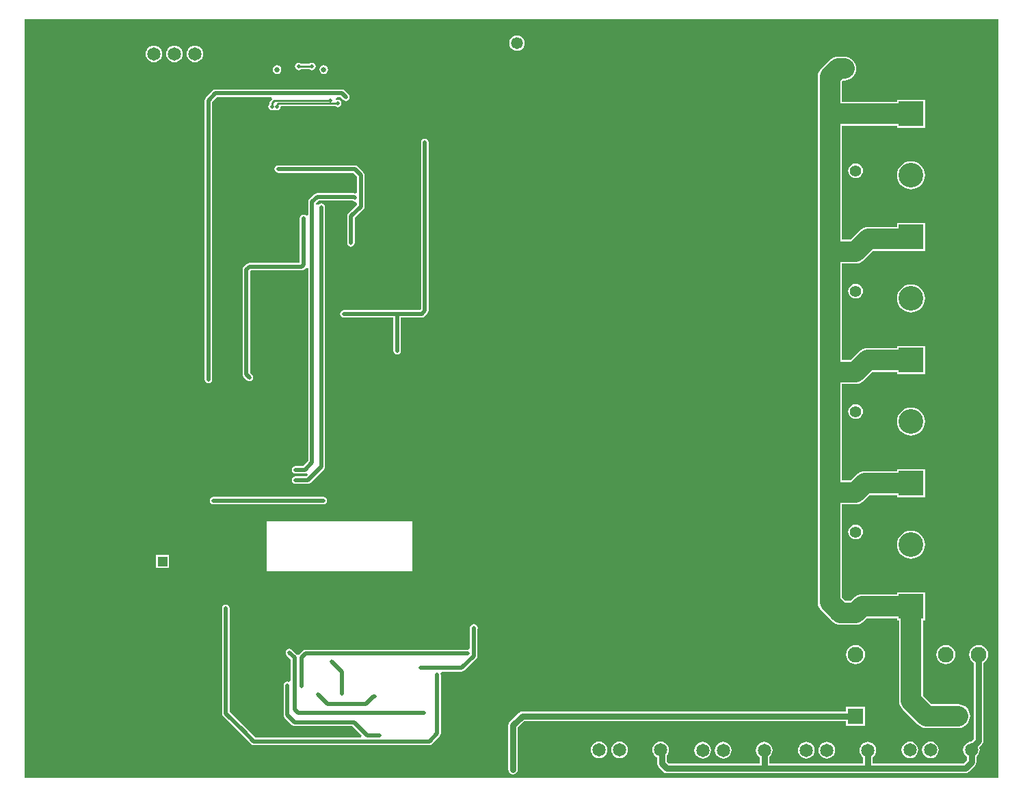
<source format=gbl>
G04*
G04 #@! TF.GenerationSoftware,Altium Limited,Altium Designer,19.0.10 (269)*
G04*
G04 Layer_Physical_Order=2*
G04 Layer_Color=16711680*
%FSTAX24Y24*%
%MOIN*%
G70*
G01*
G75*
%ADD14C,0.0200*%
%ADD18C,0.0100*%
%ADD112C,0.0300*%
%ADD113C,0.1000*%
%ADD114R,0.1200X0.1200*%
%ADD115C,0.1200*%
%ADD116R,0.0472X0.0472*%
%ADD117C,0.0650*%
%ADD118C,0.0768*%
%ADD119R,0.0768X0.0768*%
%ADD120C,0.0256*%
%ADD121O,0.0394X0.0787*%
%ADD122O,0.0354X0.0709*%
%ADD123C,0.0551*%
%ADD124C,0.0579*%
%ADD125C,0.0200*%
G36*
X068667Y050233D02*
X021183D01*
Y087217D01*
X068667D01*
Y050233D01*
D02*
G37*
%LPC*%
G36*
X0452Y086412D02*
X045104Y086399D01*
X045014Y086362D01*
X044937Y086302D01*
X044877Y086225D01*
X04484Y086135D01*
X044827Y086039D01*
X04484Y085943D01*
X044877Y085853D01*
X044937Y085776D01*
X045014Y085716D01*
X045104Y085679D01*
X0452Y085666D01*
X045296Y085679D01*
X045386Y085716D01*
X045463Y085776D01*
X045523Y085853D01*
X04556Y085943D01*
X045573Y086039D01*
X04556Y086135D01*
X045523Y086225D01*
X045463Y086302D01*
X045386Y086362D01*
X045296Y086399D01*
X0452Y086412D01*
D02*
G37*
G36*
X0295Y085922D02*
X029394Y085908D01*
X029296Y085867D01*
X029211Y085802D01*
X029146Y085718D01*
X029106Y085619D01*
X029092Y085514D01*
X029106Y085408D01*
X029146Y08531D01*
X029211Y085225D01*
X029296Y08516D01*
X029394Y085119D01*
X0295Y085105D01*
X029606Y085119D01*
X029704Y08516D01*
X029789Y085225D01*
X029854Y08531D01*
X029894Y085408D01*
X029908Y085514D01*
X029894Y085619D01*
X029854Y085718D01*
X029789Y085802D01*
X029704Y085867D01*
X029606Y085908D01*
X0295Y085922D01*
D02*
G37*
G36*
X0285D02*
X028394Y085908D01*
X028296Y085867D01*
X028211Y085802D01*
X028146Y085718D01*
X028106Y085619D01*
X028092Y085514D01*
X028106Y085408D01*
X028146Y08531D01*
X028211Y085225D01*
X028296Y08516D01*
X028394Y085119D01*
X0285Y085105D01*
X028606Y085119D01*
X028704Y08516D01*
X028789Y085225D01*
X028854Y08531D01*
X028894Y085408D01*
X028908Y085514D01*
X028894Y085619D01*
X028854Y085718D01*
X028789Y085802D01*
X028704Y085867D01*
X028606Y085908D01*
X0285Y085922D01*
D02*
G37*
G36*
X0275D02*
X027394Y085908D01*
X027296Y085867D01*
X027211Y085802D01*
X027146Y085718D01*
X027106Y085619D01*
X027092Y085514D01*
X027106Y085408D01*
X027146Y08531D01*
X027211Y085225D01*
X027296Y08516D01*
X027394Y085119D01*
X0275Y085105D01*
X027606Y085119D01*
X027704Y08516D01*
X027789Y085225D01*
X027854Y08531D01*
X027894Y085408D01*
X027908Y085514D01*
X027894Y085619D01*
X027854Y085718D01*
X027789Y085802D01*
X027704Y085867D01*
X027606Y085908D01*
X0275Y085922D01*
D02*
G37*
G36*
X0352Y085084D02*
X03513Y08507D01*
X035074Y085033D01*
X034676D01*
X03462Y08507D01*
X03455Y085084D01*
X03448Y08507D01*
X03442Y08503D01*
X03438Y08497D01*
X034366Y0849D01*
X03438Y08483D01*
X03442Y08477D01*
X03448Y08473D01*
X03455Y084716D01*
X03462Y08473D01*
X034676Y084767D01*
X035074D01*
X03513Y08473D01*
X0352Y084716D01*
X03527Y08473D01*
X03533Y08477D01*
X03537Y08483D01*
X035384Y0849D01*
X03537Y08497D01*
X03533Y08503D01*
X03527Y08507D01*
X0352Y085084D01*
D02*
G37*
G36*
X035776Y084962D02*
X035694Y084946D01*
X035626Y0849D01*
X03558Y084831D01*
X035564Y08475D01*
X03558Y084669D01*
X035626Y0846D01*
X035694Y084554D01*
X035776Y084538D01*
X035857Y084554D01*
X035926Y0846D01*
X035971Y084669D01*
X035988Y08475D01*
X035971Y084831D01*
X035926Y0849D01*
X035857Y084946D01*
X035776Y084962D01*
D02*
G37*
G36*
X0335D02*
X033419Y084946D01*
X03335Y0849D01*
X033304Y084831D01*
X033288Y08475D01*
X033304Y084669D01*
X03335Y0846D01*
X033419Y084554D01*
X0335Y084538D01*
X033581Y084554D01*
X03365Y0846D01*
X033696Y084669D01*
X033712Y08475D01*
X033696Y084831D01*
X03365Y0849D01*
X033581Y084946D01*
X0335Y084962D01*
D02*
G37*
G36*
X03665Y083784D02*
X0305D01*
X03043Y08377D01*
X03037Y08373D01*
X03002Y08338D01*
X02998Y08332D01*
X029966Y08325D01*
X029966Y06965D01*
X02998Y06958D01*
X03002Y06952D01*
X03008Y06948D01*
X03015Y069466D01*
X03022Y06948D01*
X03028Y06952D01*
X03032Y06958D01*
X030334Y06965D01*
X030334Y083174D01*
X030576Y083416D01*
X033214D01*
X033253Y083316D01*
X033156Y08322D01*
X033128Y083177D01*
X033117Y083126D01*
Y083076D01*
X03308Y08302D01*
X033066Y08295D01*
X03308Y08288D01*
X03312Y08282D01*
X03318Y08278D01*
X03325Y082766D01*
X03332Y08278D01*
X03337Y082813D01*
X033419Y08278D01*
X033489Y082766D01*
X03356Y08278D01*
X033619Y08282D01*
X033659Y08288D01*
X033673Y08295D01*
X033687Y082967D01*
X036324D01*
X03638Y08293D01*
X03645Y082916D01*
X03652Y08293D01*
X03658Y08297D01*
X03662Y08303D01*
X036634Y0831D01*
X03662Y08317D01*
X03658Y08323D01*
X03652Y08327D01*
X03645Y083284D01*
X03638Y08327D01*
X036361Y083278D01*
X036348Y083316D01*
X03642Y083416D01*
X036574D01*
X03672Y08327D01*
X03678Y08323D01*
X03685Y083216D01*
X03692Y08323D01*
X03698Y08327D01*
X03702Y08333D01*
X037034Y0834D01*
X03702Y08347D01*
X03698Y08353D01*
X03678Y08373D01*
X03672Y08377D01*
X036709Y083772D01*
X03665Y083784D01*
D02*
G37*
G36*
X06115Y085383D02*
X06085D01*
X060736Y085372D01*
X060627Y085338D01*
X060526Y085285D01*
X060438Y085212D01*
X060038Y084812D01*
X059965Y084724D01*
X059912Y084623D01*
X059878Y084514D01*
X059867Y0844D01*
Y0826D01*
Y07595D01*
Y06995D01*
Y06425D01*
Y0588D01*
X059878Y058686D01*
X059912Y058577D01*
X059965Y058476D01*
X060038Y058388D01*
X060556Y057869D01*
X060645Y057797D01*
X060745Y057743D01*
X060855Y05771D01*
X060968Y057699D01*
X0617D01*
X061814Y05771D01*
X061923Y057743D01*
X062024Y057797D01*
X062112Y057869D01*
X06226Y058017D01*
X06372D01*
Y05792D01*
X063817D01*
Y054D01*
X063828Y053886D01*
X063862Y053777D01*
X063915Y053676D01*
X063988Y053588D01*
X064738Y052838D01*
X064826Y052765D01*
X064927Y052712D01*
X065036Y052678D01*
X06515Y052667D01*
X066707D01*
X06682Y052678D01*
X06693Y052712D01*
X06703Y052765D01*
X067119Y052838D01*
X067191Y052926D01*
X067245Y053027D01*
X067278Y053136D01*
X06729Y05325D01*
X067278Y053364D01*
X067245Y053473D01*
X067191Y053574D01*
X067119Y053662D01*
X06703Y053735D01*
X06693Y053788D01*
X06682Y053822D01*
X066707Y053833D01*
X065391D01*
X064983Y054241D01*
Y05792D01*
X06508D01*
Y05928D01*
X06372D01*
Y059183D01*
X062018D01*
X061905Y059172D01*
X061795Y059138D01*
X061695Y059085D01*
X061606Y059012D01*
X061459Y058864D01*
X06121D01*
X061033Y059041D01*
Y063565D01*
X0617D01*
X061814Y063577D01*
X061923Y06361D01*
X062024Y063664D01*
X062112Y063736D01*
X062393Y064017D01*
X06372D01*
Y06392D01*
X06508D01*
Y06528D01*
X06372D01*
Y065183D01*
X062152D01*
X062038Y065172D01*
X061929Y065138D01*
X061828Y065085D01*
X06174Y065012D01*
X061459Y064731D01*
X061033D01*
Y069432D01*
X0617D01*
X061814Y069443D01*
X061923Y069476D01*
X062024Y06953D01*
X062112Y069603D01*
X062527Y070017D01*
X06372D01*
Y06992D01*
X06508D01*
Y07128D01*
X06372D01*
Y071183D01*
X062285D01*
X062171Y071172D01*
X062062Y071138D01*
X061961Y071085D01*
X061873Y071012D01*
X061459Y070598D01*
X061033D01*
Y075299D01*
X0617D01*
X061814Y07531D01*
X061923Y075343D01*
X062024Y075397D01*
X062112Y075469D01*
X06256Y075917D01*
X0643D01*
X064328Y07592D01*
X06508D01*
Y07728D01*
X06372D01*
Y077083D01*
X062319D01*
X062205Y077072D01*
X062095Y077038D01*
X061995Y076985D01*
X061906Y076912D01*
X061459Y076464D01*
X061033D01*
Y082017D01*
X06372D01*
Y08192D01*
X06508D01*
Y08328D01*
X06372D01*
Y083183D01*
X061033D01*
Y084159D01*
X061091Y084217D01*
X06115D01*
X061264Y084228D01*
X061373Y084262D01*
X061474Y084315D01*
X061562Y084388D01*
X061635Y084476D01*
X061688Y084577D01*
X061722Y084686D01*
X061733Y0848D01*
X061722Y084914D01*
X061688Y085023D01*
X061635Y085124D01*
X061562Y085212D01*
X061474Y085285D01*
X061373Y085338D01*
X061264Y085372D01*
X06115Y085383D01*
D02*
G37*
G36*
X0617Y080177D02*
X061607Y080165D01*
X061521Y080129D01*
X061446Y080072D01*
X061389Y079998D01*
X061354Y079911D01*
X061341Y079819D01*
X061354Y079726D01*
X061389Y079639D01*
X061446Y079565D01*
X061521Y079508D01*
X061607Y079472D01*
X0617Y07946D01*
X061793Y079472D01*
X061879Y079508D01*
X061954Y079565D01*
X062011Y079639D01*
X062046Y079726D01*
X062059Y079819D01*
X062046Y079911D01*
X062011Y079998D01*
X061954Y080072D01*
X061879Y080129D01*
X061793Y080165D01*
X0617Y080177D01*
D02*
G37*
G36*
X0644Y080283D02*
X064267Y08027D01*
X064139Y080231D01*
X06402Y080168D01*
X063917Y080083D01*
X063832Y07998D01*
X063769Y079861D01*
X06373Y079733D01*
X063717Y0796D01*
X06373Y079467D01*
X063769Y079339D01*
X063832Y07922D01*
X063917Y079117D01*
X06402Y079032D01*
X064139Y078969D01*
X064267Y07893D01*
X0644Y078917D01*
X064533Y07893D01*
X064661Y078969D01*
X06478Y079032D01*
X064883Y079117D01*
X064968Y07922D01*
X065031Y079339D01*
X06507Y079467D01*
X065083Y0796D01*
X06507Y079733D01*
X065031Y079861D01*
X064968Y07998D01*
X064883Y080083D01*
X06478Y080168D01*
X064661Y080231D01*
X064533Y08027D01*
X0644Y080283D01*
D02*
G37*
G36*
X0373Y080084D02*
X03355D01*
X03348Y08007D01*
X03342Y08003D01*
X03338Y07997D01*
X033366Y0799D01*
X03338Y07983D01*
X03342Y07977D01*
X03348Y07973D01*
X03355Y079716D01*
X037224D01*
X037396Y079544D01*
Y078789D01*
X03736Y078756D01*
X037325Y078733D01*
X037296Y078724D01*
X03725Y078734D01*
X03545D01*
X03538Y07872D01*
X03532Y07868D01*
X03507Y07843D01*
X03503Y07837D01*
X035016Y0783D01*
Y077667D01*
X034943Y077638D01*
X034916Y077633D01*
X034862Y07767D01*
X034791Y077684D01*
X034721Y07767D01*
X034662Y07763D01*
X034622Y07757D01*
X034608Y0775D01*
Y075334D01*
X03215D01*
X03208Y07532D01*
X03202Y07528D01*
X03187Y07513D01*
X03183Y07507D01*
X031816Y075D01*
Y0699D01*
X03183Y06983D01*
X03187Y06977D01*
X03202Y06962D01*
X03208Y06958D01*
X03215Y069566D01*
X03222Y06958D01*
X03228Y06962D01*
X03232Y06968D01*
X032334Y06975D01*
X03232Y06982D01*
X03228Y06988D01*
X032184Y069976D01*
Y074924D01*
X032226Y074966D01*
X0347D01*
X03477Y07498D01*
X03483Y07502D01*
X034916Y075107D01*
X034936Y075106D01*
X035016Y075074D01*
Y065676D01*
X034774Y065434D01*
X0344D01*
X03433Y06542D01*
X03427Y06538D01*
X03423Y06532D01*
X034216Y06525D01*
X03423Y06518D01*
X03427Y06512D01*
X03433Y06508D01*
X0344Y065066D01*
X03485D01*
X03492Y06508D01*
X034948Y065099D01*
X035012Y065021D01*
X034924Y064934D01*
X0344D01*
X03433Y06492D01*
X03427Y06488D01*
X03423Y06482D01*
X034216Y06475D01*
X03423Y06468D01*
X03427Y06462D01*
X03433Y06458D01*
X0344Y064566D01*
X035D01*
X03507Y06458D01*
X03513Y06462D01*
X03578Y06527D01*
X03582Y06533D01*
X035834Y0654D01*
Y07805D01*
X03582Y07812D01*
X03578Y07818D01*
X03572Y07822D01*
X03565Y078234D01*
X03558Y07822D01*
X03552Y07818D01*
X035508Y078162D01*
X03541Y078185D01*
X0354Y07824D01*
X035526Y078366D01*
X037176D01*
X03723Y07833D01*
X0373Y078316D01*
X037381Y07825D01*
X037384Y078144D01*
X03697Y07773D01*
X03693Y07767D01*
X036916Y0776D01*
Y0763D01*
X03693Y07623D01*
X03697Y07617D01*
X03703Y07613D01*
X0371Y076116D01*
X03717Y07613D01*
X03723Y07617D01*
X03727Y07623D01*
X037284Y0763D01*
Y077524D01*
X03771Y07795D01*
X03775Y07801D01*
X037764Y07808D01*
Y07962D01*
X03775Y07969D01*
X03771Y07975D01*
X03743Y08003D01*
X03737Y08007D01*
X037359Y080072D01*
X0373Y080084D01*
D02*
G37*
G36*
X0617Y07431D02*
X061607Y074298D01*
X061521Y074262D01*
X061446Y074205D01*
X061389Y074131D01*
X061354Y074045D01*
X061341Y073952D01*
X061354Y073859D01*
X061389Y073773D01*
X061446Y073698D01*
X061521Y073641D01*
X061607Y073605D01*
X0617Y073593D01*
X061793Y073605D01*
X061879Y073641D01*
X061954Y073698D01*
X062011Y073773D01*
X062046Y073859D01*
X062059Y073952D01*
X062046Y074045D01*
X062011Y074131D01*
X061954Y074205D01*
X061879Y074262D01*
X061793Y074298D01*
X0617Y07431D01*
D02*
G37*
G36*
X0644Y074283D02*
X064267Y07427D01*
X064139Y074231D01*
X06402Y074168D01*
X063917Y074083D01*
X063832Y07398D01*
X063769Y073861D01*
X06373Y073733D01*
X063717Y0736D01*
X06373Y073467D01*
X063769Y073339D01*
X063832Y07322D01*
X063917Y073117D01*
X06402Y073032D01*
X064139Y072969D01*
X064267Y07293D01*
X0644Y072917D01*
X064533Y07293D01*
X064661Y072969D01*
X06478Y073032D01*
X064883Y073117D01*
X064968Y07322D01*
X065031Y073339D01*
X06507Y073467D01*
X065083Y0736D01*
X06507Y073733D01*
X065031Y073861D01*
X064968Y07398D01*
X064883Y074083D01*
X06478Y074168D01*
X064661Y074231D01*
X064533Y07427D01*
X0644Y074283D01*
D02*
G37*
G36*
X0407Y081384D02*
X04063Y08137D01*
X04057Y08133D01*
X04053Y08127D01*
X040516Y0812D01*
Y073076D01*
X040474Y073034D01*
X03675D01*
X03668Y07302D01*
X03662Y07298D01*
X03658Y07292D01*
X036566Y07285D01*
X03658Y07278D01*
X03662Y07272D01*
X03668Y07268D01*
X03675Y072666D01*
X039166D01*
Y07105D01*
X03918Y07098D01*
X03922Y07092D01*
X03928Y07088D01*
X03935Y070866D01*
X03942Y07088D01*
X03948Y07092D01*
X03952Y07098D01*
X039534Y07105D01*
Y072666D01*
X04055D01*
X04062Y07268D01*
X04068Y07272D01*
X04083Y07287D01*
X04087Y07293D01*
X040884Y073D01*
Y0812D01*
X04087Y08127D01*
X04083Y08133D01*
X04077Y08137D01*
X0407Y081384D01*
D02*
G37*
G36*
X0617Y068444D02*
X061607Y068432D01*
X061521Y068396D01*
X061446Y068339D01*
X061389Y068264D01*
X061354Y068178D01*
X061341Y068085D01*
X061354Y067992D01*
X061389Y067906D01*
X061446Y067832D01*
X061521Y067775D01*
X061607Y067739D01*
X0617Y067727D01*
X061793Y067739D01*
X061879Y067775D01*
X061954Y067832D01*
X062011Y067906D01*
X062046Y067992D01*
X062059Y068085D01*
X062046Y068178D01*
X062011Y068264D01*
X061954Y068339D01*
X061879Y068396D01*
X061793Y068432D01*
X0617Y068444D01*
D02*
G37*
G36*
X0644Y068283D02*
X064267Y06827D01*
X064139Y068231D01*
X06402Y068168D01*
X063917Y068083D01*
X063832Y06798D01*
X063769Y067861D01*
X06373Y067733D01*
X063717Y0676D01*
X06373Y067467D01*
X063769Y067339D01*
X063832Y06722D01*
X063917Y067117D01*
X06402Y067032D01*
X064139Y066969D01*
X064267Y06693D01*
X0644Y066917D01*
X064533Y06693D01*
X064661Y066969D01*
X06478Y067032D01*
X064883Y067117D01*
X064968Y06722D01*
X065031Y067339D01*
X06507Y067467D01*
X065083Y0676D01*
X06507Y067733D01*
X065031Y067861D01*
X064968Y06798D01*
X064883Y068083D01*
X06478Y068168D01*
X064661Y068231D01*
X064533Y06827D01*
X0644Y068283D01*
D02*
G37*
G36*
X03575Y063934D02*
X0304D01*
X03033Y06392D01*
X03027Y06388D01*
X03023Y06382D01*
X030216Y06375D01*
X03023Y06368D01*
X03027Y06362D01*
X03033Y06358D01*
X0304Y063566D01*
X03575D01*
X03582Y06358D01*
X03588Y06362D01*
X03592Y06368D01*
X035934Y06375D01*
X03592Y06382D01*
X03588Y06388D01*
X03582Y06392D01*
X03575Y063934D01*
D02*
G37*
G36*
X0617Y062577D02*
X061607Y062565D01*
X061521Y062529D01*
X061446Y062472D01*
X061389Y062398D01*
X061354Y062311D01*
X061341Y062218D01*
X061354Y062126D01*
X061389Y062039D01*
X061446Y061965D01*
X061521Y061908D01*
X061607Y061872D01*
X0617Y06186D01*
X061793Y061872D01*
X061879Y061908D01*
X061954Y061965D01*
X062011Y062039D01*
X062046Y062126D01*
X062059Y062218D01*
X062046Y062311D01*
X062011Y062398D01*
X061954Y062472D01*
X061879Y062529D01*
X061793Y062565D01*
X0617Y062577D01*
D02*
G37*
G36*
X0644Y062283D02*
X064267Y06227D01*
X064139Y062231D01*
X06402Y062168D01*
X063917Y062083D01*
X063832Y06198D01*
X063769Y061861D01*
X06373Y061733D01*
X063717Y0616D01*
X06373Y061467D01*
X063769Y061339D01*
X063832Y06122D01*
X063917Y061117D01*
X06402Y061032D01*
X064139Y060969D01*
X064267Y06093D01*
X0644Y060917D01*
X064533Y06093D01*
X064661Y060969D01*
X06478Y061032D01*
X064883Y061117D01*
X064968Y06122D01*
X065031Y061339D01*
X06507Y061467D01*
X065083Y0616D01*
X06507Y061733D01*
X065031Y061861D01*
X064968Y06198D01*
X064883Y062083D01*
X06478Y062168D01*
X064661Y062231D01*
X064533Y06227D01*
X0644Y062283D01*
D02*
G37*
G36*
X028161Y061106D02*
X027689D01*
X027681Y061105D01*
X027609D01*
Y061033D01*
X027607Y061025D01*
Y060552D01*
X027609Y060544D01*
Y060472D01*
X027681D01*
X027689Y060471D01*
X028161D01*
X028169Y060472D01*
X028241D01*
Y060544D01*
X028243Y060552D01*
Y061025D01*
X028241Y061033D01*
Y061105D01*
X028169D01*
X028161Y061106D01*
D02*
G37*
G36*
X040087Y062738D02*
X033D01*
X033Y062738D01*
Y060301D01*
X040087Y060301D01*
Y062738D01*
D02*
G37*
G36*
X066107Y056718D02*
X065986Y056702D01*
X065873Y056655D01*
X065776Y056581D01*
X065702Y056484D01*
X065655Y056371D01*
X065639Y05625D01*
X065655Y056129D01*
X065702Y056016D01*
X065776Y055919D01*
X065873Y055845D01*
X065986Y055798D01*
X066107Y055782D01*
X066228Y055798D01*
X066341Y055845D01*
X066438Y055919D01*
X066512Y056016D01*
X066559Y056129D01*
X066575Y05625D01*
X066559Y056371D01*
X066512Y056484D01*
X066438Y056581D01*
X066341Y056655D01*
X066228Y056702D01*
X066107Y056718D01*
D02*
G37*
G36*
X061707D02*
X061586Y056702D01*
X061473Y056655D01*
X061376Y056581D01*
X061302Y056484D01*
X061255Y056371D01*
X061239Y05625D01*
X061255Y056129D01*
X061302Y056016D01*
X061376Y055919D01*
X061473Y055845D01*
X061586Y055798D01*
X061707Y055782D01*
X061828Y055798D01*
X061941Y055845D01*
X062038Y055919D01*
X062112Y056016D01*
X062159Y056129D01*
X062175Y05625D01*
X062159Y056371D01*
X062112Y056484D01*
X062038Y056581D01*
X061941Y056655D01*
X061828Y056702D01*
X061707Y056718D01*
D02*
G37*
G36*
X062171Y053714D02*
X061243D01*
Y053485D01*
X04545D01*
X04536Y053467D01*
X045284Y053416D01*
X044834Y052966D01*
X044783Y05289D01*
X044765Y0528D01*
Y05065D01*
X044783Y05056D01*
X044834Y050484D01*
X04491Y050433D01*
X045Y050415D01*
X04509Y050433D01*
X045166Y050484D01*
X045217Y05056D01*
X045235Y05065D01*
Y052703D01*
X045547Y053015D01*
X061243D01*
Y052786D01*
X062171D01*
Y053714D01*
D02*
G37*
G36*
X031Y058684D02*
X03093Y05867D01*
X03087Y05863D01*
X03083Y05857D01*
X030816Y0585D01*
Y05339D01*
X03083Y05332D01*
X03087Y053261D01*
X031765Y052365D01*
X031765Y052365D01*
X032241Y05189D01*
X0323Y05185D01*
X03237Y051836D01*
X04092D01*
X04099Y05185D01*
X04105Y05189D01*
X04143Y05227D01*
X04147Y05233D01*
X041484Y0524D01*
Y055283D01*
X041477Y055315D01*
X041531Y055401D01*
X041549Y055415D01*
X042494D01*
X042565Y055429D01*
X042624Y055469D01*
X04321Y056054D01*
X04325Y056114D01*
X043264Y056184D01*
Y057471D01*
X04327Y05748D01*
X043284Y05755D01*
X04327Y05762D01*
X04323Y05768D01*
X04317Y05772D01*
X0431Y057734D01*
X04303Y05772D01*
X04297Y05768D01*
X04295Y05766D01*
X04291Y0576D01*
X042896Y05753D01*
Y056563D01*
X0428Y056484D01*
X03489D01*
X03482Y05647D01*
X03476Y05643D01*
X034584Y056254D01*
X034538Y056243D01*
X034458Y056252D01*
X03423Y05648D01*
X03417Y05652D01*
X0341Y056534D01*
X03403Y05652D01*
X03397Y05648D01*
X03393Y05642D01*
X033916Y05635D01*
X03393Y05628D01*
X03397Y05622D01*
X034166Y056024D01*
Y054976D01*
X034071Y05492D01*
X034066Y05492D01*
X034Y054934D01*
X03393Y05492D01*
X03387Y05488D01*
X03383Y05482D01*
X033816Y05475D01*
Y0533D01*
X03383Y05323D01*
X03387Y05317D01*
X03422Y05282D01*
X03428Y05278D01*
X03435Y052766D01*
X037174D01*
X037645Y052296D01*
X037606Y052204D01*
X032446D01*
X032025Y052625D01*
X032025Y052625D01*
X031184Y053466D01*
Y0585D01*
X03117Y05857D01*
X03113Y05863D01*
X03107Y05867D01*
X031Y058684D01*
D02*
G37*
G36*
X06535Y052008D02*
X065244Y051994D01*
X065146Y051954D01*
X065061Y051889D01*
X064996Y051804D01*
X064956Y051706D01*
X064942Y0516D01*
X064956Y051494D01*
X064996Y051396D01*
X065061Y051311D01*
X065146Y051246D01*
X065244Y051206D01*
X06535Y051192D01*
X065456Y051206D01*
X065554Y051246D01*
X065639Y051311D01*
X065704Y051396D01*
X065744Y051494D01*
X065758Y0516D01*
X065744Y051706D01*
X065704Y051804D01*
X065639Y051889D01*
X065554Y051954D01*
X065456Y051994D01*
X06535Y052008D01*
D02*
G37*
G36*
X06435D02*
X064244Y051994D01*
X064146Y051954D01*
X064061Y051889D01*
X063996Y051804D01*
X063956Y051706D01*
X063942Y0516D01*
X063956Y051494D01*
X063996Y051396D01*
X064061Y051311D01*
X064146Y051246D01*
X064244Y051206D01*
X06435Y051192D01*
X064456Y051206D01*
X064554Y051246D01*
X064639Y051311D01*
X064704Y051396D01*
X064744Y051494D01*
X064758Y0516D01*
X064744Y051706D01*
X064704Y051804D01*
X064639Y051889D01*
X064554Y051954D01*
X064456Y051994D01*
X06435Y052008D01*
D02*
G37*
G36*
X0502D02*
X050094Y051994D01*
X049996Y051954D01*
X049911Y051889D01*
X049846Y051804D01*
X049806Y051706D01*
X049792Y0516D01*
X049806Y051494D01*
X049846Y051396D01*
X049911Y051311D01*
X049996Y051246D01*
X050094Y051206D01*
X0502Y051192D01*
X050306Y051206D01*
X050404Y051246D01*
X050489Y051311D01*
X050554Y051396D01*
X050594Y051494D01*
X050608Y0516D01*
X050594Y051706D01*
X050554Y051804D01*
X050489Y051889D01*
X050404Y051954D01*
X050306Y051994D01*
X0502Y052008D01*
D02*
G37*
G36*
X0492D02*
X049094Y051994D01*
X048996Y051954D01*
X048911Y051889D01*
X048846Y051804D01*
X048806Y051706D01*
X048792Y0516D01*
X048806Y051494D01*
X048846Y051396D01*
X048911Y051311D01*
X048996Y051246D01*
X049094Y051206D01*
X0492Y051192D01*
X049306Y051206D01*
X049404Y051246D01*
X049489Y051311D01*
X049554Y051396D01*
X049594Y051494D01*
X049608Y0516D01*
X049594Y051706D01*
X049554Y051804D01*
X049489Y051889D01*
X049404Y051954D01*
X049306Y051994D01*
X0492Y052008D01*
D02*
G37*
G36*
X0603Y051995D02*
X060194Y051981D01*
X060096Y05194D01*
X060011Y051875D01*
X059946Y05179D01*
X059906Y051692D01*
X059892Y051586D01*
X059906Y051481D01*
X059946Y051382D01*
X060011Y051298D01*
X060096Y051233D01*
X060194Y051192D01*
X0603Y051178D01*
X060406Y051192D01*
X060504Y051233D01*
X060589Y051298D01*
X060654Y051382D01*
X060694Y051481D01*
X060708Y051586D01*
X060694Y051692D01*
X060654Y05179D01*
X060589Y051875D01*
X060504Y05194D01*
X060406Y051981D01*
X0603Y051995D01*
D02*
G37*
G36*
X0593D02*
X059194Y051981D01*
X059096Y05194D01*
X059011Y051875D01*
X058946Y05179D01*
X058906Y051692D01*
X058892Y051586D01*
X058906Y051481D01*
X058946Y051382D01*
X059011Y051298D01*
X059096Y051233D01*
X059194Y051192D01*
X0593Y051178D01*
X059406Y051192D01*
X059504Y051233D01*
X059589Y051298D01*
X059654Y051382D01*
X059694Y051481D01*
X059708Y051586D01*
X059694Y051692D01*
X059654Y05179D01*
X059589Y051875D01*
X059504Y05194D01*
X059406Y051981D01*
X0593Y051995D01*
D02*
G37*
G36*
X05525D02*
X055144Y051981D01*
X055046Y05194D01*
X054961Y051875D01*
X054896Y05179D01*
X054856Y051692D01*
X054842Y051586D01*
X054856Y051481D01*
X054896Y051382D01*
X054961Y051298D01*
X055046Y051233D01*
X055144Y051192D01*
X05525Y051178D01*
X055356Y051192D01*
X055454Y051233D01*
X055539Y051298D01*
X055604Y051382D01*
X055644Y051481D01*
X055658Y051586D01*
X055644Y051692D01*
X055604Y05179D01*
X055539Y051875D01*
X055454Y05194D01*
X055356Y051981D01*
X05525Y051995D01*
D02*
G37*
G36*
X05425D02*
X054144Y051981D01*
X054046Y05194D01*
X053961Y051875D01*
X053896Y05179D01*
X053856Y051692D01*
X053842Y051586D01*
X053856Y051481D01*
X053896Y051382D01*
X053961Y051298D01*
X054046Y051233D01*
X054144Y051192D01*
X05425Y051178D01*
X054356Y051192D01*
X054454Y051233D01*
X054539Y051298D01*
X054604Y051382D01*
X054644Y051481D01*
X054658Y051586D01*
X054644Y051692D01*
X054604Y05179D01*
X054539Y051875D01*
X054454Y05194D01*
X054356Y051981D01*
X05425Y051995D01*
D02*
G37*
G36*
X067707Y056718D02*
X067586Y056702D01*
X067473Y056655D01*
X067376Y056581D01*
X067302Y056484D01*
X067255Y056371D01*
X067239Y05625D01*
X067255Y056129D01*
X067302Y056016D01*
X067376Y055919D01*
X067472Y055845D01*
Y052148D01*
X067329Y052006D01*
X067244Y051994D01*
X067146Y051954D01*
X067061Y051889D01*
X066996Y051804D01*
X066956Y051706D01*
X066942Y0516D01*
X066956Y051494D01*
X066996Y051396D01*
X067061Y051311D01*
X067115Y05127D01*
Y051097D01*
X066953Y050935D01*
X062535D01*
Y051256D01*
X062589Y051298D01*
X062654Y051382D01*
X062694Y051481D01*
X062708Y051586D01*
X062694Y051692D01*
X062654Y05179D01*
X062589Y051875D01*
X062504Y05194D01*
X062406Y051981D01*
X0623Y051995D01*
X062194Y051981D01*
X062096Y05194D01*
X062011Y051875D01*
X061946Y05179D01*
X061906Y051692D01*
X061892Y051586D01*
X061906Y051481D01*
X061946Y051382D01*
X062011Y051298D01*
X062065Y051256D01*
Y050935D01*
X057485D01*
Y051256D01*
X057539Y051298D01*
X057604Y051382D01*
X057644Y051481D01*
X057658Y051586D01*
X057644Y051692D01*
X057604Y05179D01*
X057539Y051875D01*
X057454Y05194D01*
X057356Y051981D01*
X05725Y051995D01*
X057144Y051981D01*
X057046Y05194D01*
X056961Y051875D01*
X056896Y05179D01*
X056856Y051692D01*
X056842Y051586D01*
X056856Y051481D01*
X056896Y051382D01*
X056961Y051298D01*
X057015Y051256D01*
Y050935D01*
X052597D01*
X052501Y05103D01*
Y051328D01*
X052554Y051396D01*
X052594Y051494D01*
X052608Y0516D01*
X052594Y051706D01*
X052554Y051804D01*
X052489Y051889D01*
X052404Y051954D01*
X052306Y051994D01*
X0522Y052008D01*
X052094Y051994D01*
X051996Y051954D01*
X051911Y051889D01*
X051846Y051804D01*
X051806Y051706D01*
X051792Y0516D01*
X051806Y051494D01*
X051846Y051396D01*
X051911Y051311D01*
X051996Y051246D01*
X052032Y051231D01*
Y050933D01*
X05205Y050843D01*
X052101Y050767D01*
X052334Y050534D01*
X05241Y050483D01*
X0525Y050465D01*
X06235D01*
X06235Y050465D01*
X06235Y050465D01*
X06705D01*
X06714Y050483D01*
X067216Y050534D01*
X067516Y050834D01*
X067567Y05091D01*
X067585Y051D01*
Y05127D01*
X067639Y051311D01*
X067704Y051396D01*
X067744Y051494D01*
X067758Y0516D01*
X067744Y051706D01*
X067729Y051742D01*
X067873Y051885D01*
X067923Y051962D01*
X067941Y052051D01*
Y055845D01*
X068038Y055919D01*
X068112Y056016D01*
X068159Y056129D01*
X068175Y05625D01*
X068159Y056371D01*
X068112Y056484D01*
X068038Y056581D01*
X067941Y056655D01*
X067828Y056702D01*
X067707Y056718D01*
D02*
G37*
%LPD*%
D14*
X0305Y0836D02*
X03665D01*
X03758Y07808D02*
Y07962D01*
X0373Y0799D02*
X03758Y07962D01*
X03355Y0799D02*
X0373D01*
X0371Y0776D02*
X03758Y07808D01*
X0371Y0763D02*
Y0776D01*
X03545Y07855D02*
X03725D01*
X0352Y0783D02*
X03545Y07855D01*
X0352Y0656D02*
Y0783D01*
X03725Y07855D02*
X0373Y0785D01*
X03485Y06525D02*
X0352Y0656D01*
X0344Y06525D02*
X03485D01*
X0344Y06475D02*
X035D01*
X03565Y0654D01*
Y07805D01*
X034791Y075241D02*
Y0775D01*
X03935Y07285D02*
X04055D01*
X03905D02*
X03935D01*
Y07105D02*
Y07285D01*
X04055D02*
X0407Y073D01*
X03675Y07285D02*
X03905D01*
X0407Y073D02*
Y0812D01*
X0304Y06375D02*
X03575D01*
X03015Y08325D02*
X0305Y0836D01*
X03015Y08325D02*
X03015Y06965D01*
X03665Y0836D02*
X03685Y0834D01*
X0413Y0524D02*
Y055283D01*
X04092Y05202D02*
X0413Y0524D01*
X03237Y05202D02*
X04092D01*
X031895Y052495D02*
X03237Y05202D01*
X04308Y056184D02*
Y05753D01*
X042494Y055598D02*
X04308Y056184D01*
X0405Y055598D02*
X042494D01*
X031Y05339D02*
X031895Y052495D01*
X031Y05339D02*
Y0585D01*
X0347Y07515D02*
X034791Y075241D01*
X032Y0699D02*
Y075D01*
Y0699D02*
X03215Y06975D01*
X032Y075D02*
X03215Y07515D01*
X0347D01*
X03489Y0563D02*
X0428D01*
X04308Y05753D02*
X0431Y05755D01*
X0347Y05611D02*
X03489Y0563D01*
X03615Y0559D02*
X03665Y0554D01*
Y054353D02*
Y0554D01*
X037845Y053845D02*
X0382Y0542D01*
X035955Y053845D02*
X037845D01*
X0355Y0543D02*
X035955Y053845D01*
X034541Y0534D02*
X04065D01*
X03435Y053591D02*
X034541Y0534D01*
X03435Y053591D02*
Y0561D01*
X0379Y0523D02*
X0385D01*
X03725Y05295D02*
X0379Y0523D01*
X03435Y05295D02*
X03725D01*
X034Y0533D02*
X03435Y05295D01*
X034Y0533D02*
Y05475D01*
X0341Y05635D02*
X03435Y0561D01*
X0347Y0547D02*
Y05611D01*
X0382Y0542D02*
X03825D01*
D18*
X03455Y0849D02*
X0352D01*
X033559Y0831D02*
X03645D01*
X033489Y083031D02*
X033559Y0831D01*
X033489Y08295D02*
Y083031D01*
X033374Y08325D02*
X0361D01*
X03325Y083126D02*
X033374Y08325D01*
X03325Y08295D02*
Y083126D01*
D112*
X04545Y05325D02*
X061707D01*
X045Y0528D02*
X04545Y05325D01*
X045Y05065D02*
Y0528D01*
X06235Y0507D02*
X06705D01*
X0572D02*
X06235D01*
X0623Y05075D02*
X06235Y0507D01*
X0623Y05075D02*
Y051586D01*
X0525Y0507D02*
X0572D01*
X05725Y05075D01*
Y051586D01*
X06735Y051D02*
Y0516D01*
X06705Y0507D02*
X06735Y051D01*
X052267Y050933D02*
X0525Y0507D01*
X052267Y050933D02*
Y051533D01*
X0522Y0516D02*
X052267Y051533D01*
X06735Y0516D02*
Y051695D01*
X067707Y052051D01*
Y05625D01*
D113*
X0644Y054D02*
X06515Y05325D01*
X0644Y054D02*
Y0586D01*
X06515Y05325D02*
X066707D01*
X062018Y0586D02*
X0644D01*
X0617Y058281D02*
X062018Y0586D01*
X0617Y064148D02*
X062152Y0646D01*
X0644D01*
X06045Y0826D02*
Y0844D01*
Y07595D02*
Y0826D01*
X0644D01*
X0617Y070015D02*
X062285Y0706D01*
X0644D01*
X0617Y075881D02*
X062319Y0765D01*
X0643D01*
X0644Y0766D01*
X06045Y06425D02*
Y06995D01*
Y0588D02*
Y06425D01*
X060552Y064148D01*
X0617D01*
X06045Y06995D02*
Y07595D01*
Y06995D02*
X060515Y070015D01*
X0617D01*
X06045Y07595D02*
X060519Y075881D01*
X0617D01*
X06085Y0848D02*
X06115D01*
X06045Y0844D02*
X06085Y0848D01*
X060968Y058281D02*
X0617D01*
X06045Y0588D02*
X060968Y058281D01*
D114*
X0644Y0826D02*
D03*
Y0646D02*
D03*
Y0766D02*
D03*
Y0706D02*
D03*
Y0586D02*
D03*
D115*
Y0856D02*
D03*
Y0676D02*
D03*
Y0796D02*
D03*
Y0736D02*
D03*
Y0616D02*
D03*
D116*
X027925Y060789D02*
D03*
D117*
X0492Y0516D02*
D03*
X0522D02*
D03*
X0502D02*
D03*
X0512D02*
D03*
X05425Y051586D02*
D03*
X05725D02*
D03*
X05525D02*
D03*
X05625D02*
D03*
X06435Y0516D02*
D03*
X06735D02*
D03*
X06535D02*
D03*
X06635D02*
D03*
X0593Y051586D02*
D03*
X0623D02*
D03*
X0603D02*
D03*
X0613D02*
D03*
X0305Y085514D02*
D03*
X0275D02*
D03*
X0295D02*
D03*
X0285D02*
D03*
D118*
X061707Y05625D02*
D03*
X066707Y05325D02*
D03*
X066107Y05625D02*
D03*
X067707D02*
D03*
D119*
X061707Y05325D02*
D03*
D120*
X035776Y08475D02*
D03*
X0335D02*
D03*
D121*
X036341Y084561D02*
D03*
X032935D02*
D03*
D122*
X036341Y086207D02*
D03*
X032935D02*
D03*
D123*
X0617Y064148D02*
D03*
Y068085D02*
D03*
Y075881D02*
D03*
Y079819D02*
D03*
Y070015D02*
D03*
Y073952D02*
D03*
Y058281D02*
D03*
Y062218D02*
D03*
D124*
X06115Y0848D02*
D03*
Y086178D02*
D03*
X0452Y086039D02*
D03*
Y084661D02*
D03*
D125*
X0684Y0864D02*
D03*
X068Y0856D02*
D03*
X0684Y0848D02*
D03*
X068Y084D02*
D03*
X0684Y0832D02*
D03*
X068Y0824D02*
D03*
X0684Y0816D02*
D03*
X068Y0808D02*
D03*
X0684Y08D02*
D03*
X068Y0792D02*
D03*
X0684Y0784D02*
D03*
X068Y0776D02*
D03*
X0684Y0768D02*
D03*
X068Y076D02*
D03*
X0684Y0752D02*
D03*
X068Y0744D02*
D03*
X0684Y0736D02*
D03*
X068Y0728D02*
D03*
X0684Y072D02*
D03*
X068Y0712D02*
D03*
X0684Y0704D02*
D03*
X068Y0696D02*
D03*
X0684Y0688D02*
D03*
X068Y068D02*
D03*
X0684Y0672D02*
D03*
X068Y0664D02*
D03*
X0684Y0656D02*
D03*
X068Y0648D02*
D03*
X0684Y064D02*
D03*
X068Y0632D02*
D03*
X0684Y0624D02*
D03*
X068Y0616D02*
D03*
X0684Y0608D02*
D03*
X068Y06D02*
D03*
X0684Y0592D02*
D03*
X068Y0584D02*
D03*
X0684Y0576D02*
D03*
X068Y0568D02*
D03*
X0684Y056D02*
D03*
Y0544D02*
D03*
Y0528D02*
D03*
Y0512D02*
D03*
X068Y0504D02*
D03*
X0676Y0864D02*
D03*
X0672Y0856D02*
D03*
X0676Y0848D02*
D03*
X0672Y084D02*
D03*
X0676Y0832D02*
D03*
X0672Y0824D02*
D03*
X0676Y0816D02*
D03*
X0672Y0808D02*
D03*
X0676Y08D02*
D03*
X0672Y0792D02*
D03*
X0676Y0784D02*
D03*
X0672Y0776D02*
D03*
X0676Y0768D02*
D03*
X0672Y076D02*
D03*
X0676Y0752D02*
D03*
X0672Y0744D02*
D03*
X0676Y0736D02*
D03*
X0672Y0728D02*
D03*
X0676Y072D02*
D03*
X0672Y0712D02*
D03*
X0676Y0704D02*
D03*
X0672Y0696D02*
D03*
X0676Y0688D02*
D03*
X0672Y068D02*
D03*
X0676Y0672D02*
D03*
X0672Y0664D02*
D03*
X0676Y0656D02*
D03*
X0672Y0648D02*
D03*
X0676Y064D02*
D03*
X0672Y0632D02*
D03*
X0676Y0624D02*
D03*
X0672Y0616D02*
D03*
X0676Y0608D02*
D03*
X0672Y06D02*
D03*
X0676Y0592D02*
D03*
X0672Y0584D02*
D03*
X0676Y0576D02*
D03*
X0672Y0568D02*
D03*
Y0552D02*
D03*
Y0504D02*
D03*
X0668Y0864D02*
D03*
X0664Y0856D02*
D03*
X0668Y0848D02*
D03*
X0664Y084D02*
D03*
X0668Y0832D02*
D03*
X0664Y0824D02*
D03*
X0668Y0816D02*
D03*
X0664Y0808D02*
D03*
X0668Y08D02*
D03*
X0664Y0792D02*
D03*
X0668Y0784D02*
D03*
X0664Y0776D02*
D03*
X0668Y0768D02*
D03*
X0664Y076D02*
D03*
X0668Y0752D02*
D03*
X0664Y0744D02*
D03*
X0668Y0736D02*
D03*
X0664Y0728D02*
D03*
X0668Y072D02*
D03*
X0664Y0712D02*
D03*
X0668Y0704D02*
D03*
X0664Y0696D02*
D03*
X0668Y0688D02*
D03*
X0664Y068D02*
D03*
X0668Y0672D02*
D03*
X0664Y0664D02*
D03*
X0668Y0656D02*
D03*
X0664Y0648D02*
D03*
X0668Y064D02*
D03*
X0664Y0632D02*
D03*
X0668Y0624D02*
D03*
X0664Y0616D02*
D03*
X0668Y0608D02*
D03*
X0664Y06D02*
D03*
X0668Y0592D02*
D03*
X0664Y0584D02*
D03*
X0668Y0576D02*
D03*
X0664Y0568D02*
D03*
X0668Y056D02*
D03*
X0664Y0552D02*
D03*
X0668Y0544D02*
D03*
Y0512D02*
D03*
X066Y0864D02*
D03*
X0656Y0856D02*
D03*
X066Y0848D02*
D03*
X0656Y084D02*
D03*
X066Y0832D02*
D03*
X0656Y0824D02*
D03*
X066Y0816D02*
D03*
X0656Y0808D02*
D03*
X066Y08D02*
D03*
X0656Y0792D02*
D03*
X066Y0784D02*
D03*
X0656Y0776D02*
D03*
X066Y0768D02*
D03*
X0656Y076D02*
D03*
X066Y0752D02*
D03*
X0656Y0744D02*
D03*
X066Y0736D02*
D03*
X0656Y0728D02*
D03*
X066Y072D02*
D03*
X0656Y0712D02*
D03*
X066Y0704D02*
D03*
X0656Y0696D02*
D03*
X066Y0688D02*
D03*
X0656Y068D02*
D03*
X066Y0672D02*
D03*
X0656Y0664D02*
D03*
X066Y0656D02*
D03*
X0656Y0648D02*
D03*
X066Y064D02*
D03*
X0656Y0632D02*
D03*
X066Y0624D02*
D03*
X0656Y0616D02*
D03*
X066Y0608D02*
D03*
X0656Y06D02*
D03*
X066Y0592D02*
D03*
X0656Y0584D02*
D03*
X066Y0576D02*
D03*
X0656Y0568D02*
D03*
Y0552D02*
D03*
X066Y0544D02*
D03*
Y0512D02*
D03*
X0652Y0864D02*
D03*
Y0848D02*
D03*
X0648Y084D02*
D03*
X0652Y0832D02*
D03*
Y0816D02*
D03*
X0648Y0808D02*
D03*
X0652Y08D02*
D03*
Y0784D02*
D03*
X0648Y0776D02*
D03*
X0652Y0768D02*
D03*
Y0752D02*
D03*
X0648Y0744D02*
D03*
X0652Y0736D02*
D03*
X0648Y0728D02*
D03*
X0652Y072D02*
D03*
Y0704D02*
D03*
X0648Y0696D02*
D03*
X0652Y0688D02*
D03*
Y0672D02*
D03*
X0648Y0664D02*
D03*
X0652Y0656D02*
D03*
Y064D02*
D03*
X0648Y0632D02*
D03*
X0652Y0624D02*
D03*
Y0608D02*
D03*
X0648Y06D02*
D03*
X0652Y0592D02*
D03*
Y0576D02*
D03*
Y056D02*
D03*
Y0544D02*
D03*
X0648Y052D02*
D03*
X0644Y0864D02*
D03*
Y0848D02*
D03*
X064Y084D02*
D03*
X0644Y0816D02*
D03*
X064Y0808D02*
D03*
X0644Y0784D02*
D03*
X064Y0776D02*
D03*
X0644Y0752D02*
D03*
X064Y0728D02*
D03*
X0644Y072D02*
D03*
Y0688D02*
D03*
X064Y0664D02*
D03*
X0644Y0656D02*
D03*
X064Y0632D02*
D03*
X0644Y0608D02*
D03*
X064Y06D02*
D03*
X0644Y0528D02*
D03*
X0636Y0864D02*
D03*
X0632Y0856D02*
D03*
X0636Y0848D02*
D03*
X0632Y084D02*
D03*
X0636Y0816D02*
D03*
X0632Y0808D02*
D03*
X0636Y0784D02*
D03*
X0632Y0776D02*
D03*
X0636Y0752D02*
D03*
X0632Y0728D02*
D03*
X0636Y072D02*
D03*
Y0688D02*
D03*
Y0672D02*
D03*
X0632Y0664D02*
D03*
X0636Y0656D02*
D03*
X0632Y0632D02*
D03*
X0636Y0608D02*
D03*
X0632Y06D02*
D03*
Y0568D02*
D03*
X0636Y056D02*
D03*
X0632Y0552D02*
D03*
X0636Y0544D02*
D03*
X0632Y0536D02*
D03*
X0636Y0528D02*
D03*
X0632Y052D02*
D03*
X0636Y0512D02*
D03*
X0628Y0864D02*
D03*
X0624Y0856D02*
D03*
X0628Y0848D02*
D03*
X0624Y084D02*
D03*
X0628Y0816D02*
D03*
X0624Y0808D02*
D03*
X0628Y0784D02*
D03*
X0624Y0776D02*
D03*
X0628Y0752D02*
D03*
X0624Y0728D02*
D03*
X0628Y072D02*
D03*
Y0688D02*
D03*
Y0672D02*
D03*
X0624Y0664D02*
D03*
X0628Y0656D02*
D03*
X0624Y0632D02*
D03*
X0628Y0608D02*
D03*
X0624Y06D02*
D03*
Y0552D02*
D03*
X0628Y0528D02*
D03*
Y0512D02*
D03*
X062Y0864D02*
D03*
X0616Y0856D02*
D03*
X062Y0848D02*
D03*
X0616Y084D02*
D03*
X062Y0816D02*
D03*
X0616Y0808D02*
D03*
X062Y0784D02*
D03*
X0616Y0776D02*
D03*
X062Y0752D02*
D03*
X0616Y0728D02*
D03*
X062Y072D02*
D03*
X0616Y0712D02*
D03*
X062Y0688D02*
D03*
Y0672D02*
D03*
X0616Y0664D02*
D03*
X062Y0656D02*
D03*
X0616Y0632D02*
D03*
X062Y0608D02*
D03*
X0616Y06D02*
D03*
Y0552D02*
D03*
X062Y0544D02*
D03*
X0616Y052D02*
D03*
X0608Y0856D02*
D03*
X0612Y0816D02*
D03*
Y0784D02*
D03*
Y0768D02*
D03*
Y072D02*
D03*
Y0688D02*
D03*
Y0672D02*
D03*
Y0656D02*
D03*
Y0608D02*
D03*
Y0592D02*
D03*
X0608Y0568D02*
D03*
Y0552D02*
D03*
X0612Y0544D02*
D03*
X0608Y0536D02*
D03*
Y052D02*
D03*
X0604Y0864D02*
D03*
X06Y0856D02*
D03*
Y0568D02*
D03*
X0604Y0528D02*
D03*
X06Y052D02*
D03*
X0596Y0864D02*
D03*
X0592Y084D02*
D03*
X0596Y0832D02*
D03*
X0592Y0824D02*
D03*
X0596Y0816D02*
D03*
X0592Y0808D02*
D03*
X0596Y0784D02*
D03*
X0592Y0776D02*
D03*
X0596Y0768D02*
D03*
Y0752D02*
D03*
X0592Y0728D02*
D03*
X0596Y072D02*
D03*
Y0688D02*
D03*
Y0672D02*
D03*
X0592Y0664D02*
D03*
X0596Y0656D02*
D03*
X0592Y0632D02*
D03*
X0596Y0608D02*
D03*
X0592Y06D02*
D03*
X0596Y0592D02*
D03*
X0592Y0568D02*
D03*
X0596Y0528D02*
D03*
X0588Y0832D02*
D03*
X0584Y0824D02*
D03*
X0588Y0816D02*
D03*
X0584Y0808D02*
D03*
X0588Y0784D02*
D03*
X0584Y0776D02*
D03*
X0588Y0752D02*
D03*
X0584Y0728D02*
D03*
X0588Y072D02*
D03*
X0584Y0696D02*
D03*
X0588Y0688D02*
D03*
X0584Y0664D02*
D03*
Y0632D02*
D03*
X0588Y0608D02*
D03*
X0584Y06D02*
D03*
X0588Y0576D02*
D03*
X0584Y0568D02*
D03*
X0588Y0544D02*
D03*
Y0528D02*
D03*
X0584Y052D02*
D03*
X0588Y0512D02*
D03*
X058Y0864D02*
D03*
X0576Y0856D02*
D03*
X058Y0848D02*
D03*
X0576Y084D02*
D03*
Y0824D02*
D03*
X058Y0816D02*
D03*
X0576Y0808D02*
D03*
X058Y0784D02*
D03*
X0576Y0776D02*
D03*
Y076D02*
D03*
X058Y0752D02*
D03*
X0576Y0728D02*
D03*
X058Y072D02*
D03*
X0576Y0696D02*
D03*
X058Y0688D02*
D03*
X0576Y0664D02*
D03*
X058Y0656D02*
D03*
Y064D02*
D03*
X0576Y0632D02*
D03*
X058Y0608D02*
D03*
X0576Y06D02*
D03*
Y0584D02*
D03*
X058Y0576D02*
D03*
X0576Y0568D02*
D03*
X058Y0544D02*
D03*
Y0528D02*
D03*
X0576Y052D02*
D03*
X058Y0512D02*
D03*
X0572Y0816D02*
D03*
Y08D02*
D03*
X0568Y0776D02*
D03*
X0572Y0768D02*
D03*
X0568Y076D02*
D03*
X0572Y0752D02*
D03*
X0568Y0728D02*
D03*
X0572Y072D02*
D03*
X0568Y0712D02*
D03*
X0572Y0704D02*
D03*
X0568Y0696D02*
D03*
X0572Y0688D02*
D03*
Y0672D02*
D03*
X0568Y0664D02*
D03*
X0572Y0656D02*
D03*
X0568Y0648D02*
D03*
X0572Y064D02*
D03*
X0568Y0632D02*
D03*
X0572Y0608D02*
D03*
X0568Y06D02*
D03*
X0572Y0592D02*
D03*
X0568Y0584D02*
D03*
X0572Y0576D02*
D03*
X0568Y0568D02*
D03*
X0572Y056D02*
D03*
X0568Y0536D02*
D03*
X0572Y0528D02*
D03*
X0568Y052D02*
D03*
X0564Y08D02*
D03*
Y0768D02*
D03*
X056Y076D02*
D03*
X0564Y0752D02*
D03*
X056Y0744D02*
D03*
X0564Y072D02*
D03*
Y0704D02*
D03*
X056Y0696D02*
D03*
X0564Y0688D02*
D03*
Y0656D02*
D03*
X056Y0648D02*
D03*
X0564Y064D02*
D03*
X056Y0632D02*
D03*
X0564Y0608D02*
D03*
Y0592D02*
D03*
X056Y0584D02*
D03*
X0564Y0576D02*
D03*
X056Y0568D02*
D03*
X0564Y056D02*
D03*
Y0544D02*
D03*
Y0528D02*
D03*
X056Y052D02*
D03*
X0556Y0864D02*
D03*
Y0848D02*
D03*
X0552Y076D02*
D03*
X0556Y0752D02*
D03*
X0552Y0744D02*
D03*
X0556Y0704D02*
D03*
X0552Y0696D02*
D03*
X0556Y0688D02*
D03*
X0552Y068D02*
D03*
Y0648D02*
D03*
X0556Y064D02*
D03*
X0552Y0632D02*
D03*
X0556Y0624D02*
D03*
X0552Y0584D02*
D03*
X0556Y0576D02*
D03*
Y056D02*
D03*
Y0544D02*
D03*
Y0528D02*
D03*
Y0512D02*
D03*
X0548Y0864D02*
D03*
Y0848D02*
D03*
Y0832D02*
D03*
X0544Y076D02*
D03*
X0548Y0752D02*
D03*
X0544Y0744D02*
D03*
X0548Y0704D02*
D03*
X0544Y0696D02*
D03*
X0548Y0688D02*
D03*
X0544Y068D02*
D03*
Y0648D02*
D03*
X0548Y064D02*
D03*
X0544Y0632D02*
D03*
X0548Y0624D02*
D03*
X0544Y0584D02*
D03*
X0548Y0576D02*
D03*
X0544Y0568D02*
D03*
Y0536D02*
D03*
X0548Y0528D02*
D03*
Y0512D02*
D03*
X0536Y076D02*
D03*
X054Y0752D02*
D03*
X0536Y0744D02*
D03*
X054Y0704D02*
D03*
X0536Y0696D02*
D03*
X054Y0688D02*
D03*
X0536Y068D02*
D03*
Y0648D02*
D03*
X054Y064D02*
D03*
X0536Y0632D02*
D03*
X054Y0624D02*
D03*
X0536Y0584D02*
D03*
X054Y0576D02*
D03*
X0536Y0568D02*
D03*
X054Y056D02*
D03*
X0536Y0552D02*
D03*
X054Y0544D02*
D03*
X0536Y0536D02*
D03*
X054Y0528D02*
D03*
X0536Y052D02*
D03*
X0528Y0792D02*
D03*
Y0776D02*
D03*
Y076D02*
D03*
X0532Y0752D02*
D03*
X0528Y0744D02*
D03*
Y0728D02*
D03*
Y0712D02*
D03*
X0532Y0704D02*
D03*
X0528Y0696D02*
D03*
X0532Y0688D02*
D03*
X0528Y068D02*
D03*
Y0664D02*
D03*
Y0648D02*
D03*
X0532Y064D02*
D03*
X0528Y0632D02*
D03*
X0532Y0624D02*
D03*
X0528Y0616D02*
D03*
Y06D02*
D03*
Y0584D02*
D03*
X0532Y0576D02*
D03*
X0528Y0568D02*
D03*
X0532Y056D02*
D03*
X0528Y0552D02*
D03*
X0532Y0544D02*
D03*
X0528Y0536D02*
D03*
X0532Y0528D02*
D03*
X0528Y052D02*
D03*
X0532Y0512D02*
D03*
X052Y0792D02*
D03*
X0524Y0784D02*
D03*
X052Y0776D02*
D03*
X0524Y0768D02*
D03*
X052Y076D02*
D03*
X0524Y0752D02*
D03*
X052Y0744D02*
D03*
X0524Y0736D02*
D03*
X052Y0728D02*
D03*
X0524Y072D02*
D03*
X052Y0712D02*
D03*
X0524Y0704D02*
D03*
X052Y0696D02*
D03*
X0524Y0688D02*
D03*
X052Y068D02*
D03*
X0524Y0672D02*
D03*
X052Y0664D02*
D03*
X0524Y0656D02*
D03*
X052Y0648D02*
D03*
X0524Y064D02*
D03*
X052Y0632D02*
D03*
X0524Y0624D02*
D03*
X052Y0616D02*
D03*
X0524Y0608D02*
D03*
X052Y06D02*
D03*
X0524Y0592D02*
D03*
X052Y0584D02*
D03*
X0524Y0576D02*
D03*
X052Y0568D02*
D03*
X0524Y056D02*
D03*
X052Y0552D02*
D03*
X0524Y0544D02*
D03*
X052Y0536D02*
D03*
X0524Y0528D02*
D03*
X0516Y08D02*
D03*
Y0784D02*
D03*
X0512Y0776D02*
D03*
X0516Y0768D02*
D03*
X0512Y076D02*
D03*
X0516Y0752D02*
D03*
X0512Y0744D02*
D03*
X0516Y0736D02*
D03*
X0512Y0728D02*
D03*
X0516Y072D02*
D03*
Y0704D02*
D03*
X0512Y0696D02*
D03*
X0516Y0688D02*
D03*
X0512Y068D02*
D03*
X0516Y0672D02*
D03*
X0512Y0664D02*
D03*
X0516Y0656D02*
D03*
X0512Y0648D02*
D03*
X0516Y064D02*
D03*
X0512Y0632D02*
D03*
X0516Y0624D02*
D03*
Y0608D02*
D03*
X0512Y06D02*
D03*
X0516Y0592D02*
D03*
X0512Y0584D02*
D03*
X0516Y0576D02*
D03*
X0512Y0568D02*
D03*
X0516Y056D02*
D03*
Y0544D02*
D03*
Y0528D02*
D03*
Y0512D02*
D03*
X0508Y08D02*
D03*
Y0784D02*
D03*
X0504Y0776D02*
D03*
Y076D02*
D03*
X0508Y0752D02*
D03*
X0504Y0744D02*
D03*
X0508Y0736D02*
D03*
X0504Y0728D02*
D03*
X0508Y072D02*
D03*
Y0704D02*
D03*
X0504Y0696D02*
D03*
X0508Y0688D02*
D03*
X0504Y068D02*
D03*
Y0664D02*
D03*
Y0648D02*
D03*
X0508Y064D02*
D03*
X0504Y0632D02*
D03*
X0508Y0624D02*
D03*
Y0608D02*
D03*
X0504Y06D02*
D03*
Y0584D02*
D03*
X0508Y0576D02*
D03*
X0504Y0568D02*
D03*
X0508Y056D02*
D03*
X0504Y0536D02*
D03*
X0508Y0528D02*
D03*
Y0512D02*
D03*
X0496Y084D02*
D03*
X05Y0832D02*
D03*
X0496Y0824D02*
D03*
X05Y08D02*
D03*
Y0784D02*
D03*
X0496Y0776D02*
D03*
Y076D02*
D03*
X05Y0752D02*
D03*
X0496Y0744D02*
D03*
X05Y0736D02*
D03*
X0496Y0728D02*
D03*
X05Y072D02*
D03*
Y0704D02*
D03*
X0496Y0696D02*
D03*
X05Y0688D02*
D03*
X0496Y068D02*
D03*
Y0664D02*
D03*
Y0648D02*
D03*
X05Y064D02*
D03*
X0496Y0632D02*
D03*
X05Y0624D02*
D03*
Y0608D02*
D03*
X0496Y06D02*
D03*
Y0584D02*
D03*
X05Y0576D02*
D03*
X0496Y0568D02*
D03*
X05Y056D02*
D03*
Y0544D02*
D03*
X0496Y0536D02*
D03*
X05Y0528D02*
D03*
X0492Y0832D02*
D03*
Y08D02*
D03*
X0488Y0792D02*
D03*
X0492Y0768D02*
D03*
X0488Y076D02*
D03*
X0492Y0752D02*
D03*
Y0736D02*
D03*
X0488Y0712D02*
D03*
X0492Y0704D02*
D03*
X0488Y0696D02*
D03*
X0492Y0688D02*
D03*
X0488Y068D02*
D03*
X0492Y0672D02*
D03*
X0488Y0648D02*
D03*
X0492Y064D02*
D03*
X0488Y0632D02*
D03*
X0492Y0624D02*
D03*
X0488Y0616D02*
D03*
X0492Y0592D02*
D03*
Y0576D02*
D03*
Y056D02*
D03*
Y0544D02*
D03*
X0488Y0536D02*
D03*
X0492Y0528D02*
D03*
X0488Y052D02*
D03*
X048Y084D02*
D03*
Y0824D02*
D03*
X0484Y0816D02*
D03*
Y0768D02*
D03*
X048Y076D02*
D03*
X0484Y0752D02*
D03*
Y0736D02*
D03*
X048Y0712D02*
D03*
X0484Y0704D02*
D03*
X048Y0696D02*
D03*
X0484Y0672D02*
D03*
X048Y0664D02*
D03*
Y0648D02*
D03*
X0484Y064D02*
D03*
X048Y0632D02*
D03*
Y0584D02*
D03*
X0484Y0576D02*
D03*
X048Y0568D02*
D03*
X0484Y056D02*
D03*
X048Y0552D02*
D03*
X0484Y0544D02*
D03*
X048Y0536D02*
D03*
X0484Y0528D02*
D03*
X048Y052D02*
D03*
X0484Y0512D02*
D03*
X0472Y084D02*
D03*
X0476Y0832D02*
D03*
X0472Y0824D02*
D03*
X0476Y0816D02*
D03*
X0472Y0792D02*
D03*
X0476Y0784D02*
D03*
Y0768D02*
D03*
X0472Y076D02*
D03*
X0476Y0752D02*
D03*
X0472Y0744D02*
D03*
Y0712D02*
D03*
X0476Y0704D02*
D03*
X0472Y0696D02*
D03*
Y068D02*
D03*
Y0648D02*
D03*
X0476Y064D02*
D03*
X0472Y0632D02*
D03*
Y0616D02*
D03*
Y0584D02*
D03*
X0476Y0576D02*
D03*
X0472Y0568D02*
D03*
X0476Y056D02*
D03*
X0472Y0552D02*
D03*
X0476Y0544D02*
D03*
X0472Y0536D02*
D03*
X0476Y0528D02*
D03*
X0472Y052D02*
D03*
X0476Y0512D02*
D03*
X0464Y0856D02*
D03*
X0468Y0848D02*
D03*
X0464Y084D02*
D03*
X0468Y0832D02*
D03*
X0464Y0824D02*
D03*
X0468Y0816D02*
D03*
Y08D02*
D03*
X0464Y0792D02*
D03*
X0468Y0768D02*
D03*
X0464Y076D02*
D03*
X0468Y0752D02*
D03*
X0464Y0744D02*
D03*
X0468Y0736D02*
D03*
X0464Y0712D02*
D03*
X0468Y0704D02*
D03*
X0464Y0696D02*
D03*
X0468Y0688D02*
D03*
X0464Y068D02*
D03*
X0468Y0656D02*
D03*
X0464Y0648D02*
D03*
X0468Y064D02*
D03*
X0464Y0632D02*
D03*
X0468Y0624D02*
D03*
X0464Y0616D02*
D03*
Y0584D02*
D03*
X0468Y0576D02*
D03*
X0464Y0568D02*
D03*
X0468Y056D02*
D03*
Y0512D02*
D03*
X0456Y0856D02*
D03*
X046Y0848D02*
D03*
X0456Y084D02*
D03*
X046Y0832D02*
D03*
X0456Y0824D02*
D03*
X046Y0816D02*
D03*
X0456Y06D02*
D03*
Y0584D02*
D03*
X046Y0576D02*
D03*
X0456Y0568D02*
D03*
Y0552D02*
D03*
Y0504D02*
D03*
X0448Y0856D02*
D03*
Y084D02*
D03*
X0452Y0832D02*
D03*
X0448Y0824D02*
D03*
X0452Y0816D02*
D03*
X0448Y0808D02*
D03*
X0452Y08D02*
D03*
X0448Y0792D02*
D03*
X0452Y0784D02*
D03*
X0448Y0776D02*
D03*
X0452Y0768D02*
D03*
X0448Y076D02*
D03*
X0452Y0752D02*
D03*
X0448Y0744D02*
D03*
X0452Y0736D02*
D03*
X0448Y0728D02*
D03*
X0452Y072D02*
D03*
X0448Y0712D02*
D03*
X0452Y0704D02*
D03*
X0448Y0696D02*
D03*
X0452Y0688D02*
D03*
X0448Y068D02*
D03*
X0452Y0672D02*
D03*
X0448Y0664D02*
D03*
X0452Y0656D02*
D03*
X0448Y0648D02*
D03*
X0452Y064D02*
D03*
X0448Y0632D02*
D03*
X0452Y0624D02*
D03*
X0448Y0616D02*
D03*
X0452Y0608D02*
D03*
X0448Y06D02*
D03*
Y0584D02*
D03*
X0452Y0576D02*
D03*
X0444Y0864D02*
D03*
X044Y0856D02*
D03*
X0444Y0848D02*
D03*
X044Y084D02*
D03*
X0444Y0832D02*
D03*
X044Y0824D02*
D03*
X0444Y0816D02*
D03*
X044Y0808D02*
D03*
X0444Y08D02*
D03*
Y0784D02*
D03*
X044Y0776D02*
D03*
X0444Y0768D02*
D03*
X044Y076D02*
D03*
X0444Y0752D02*
D03*
Y0736D02*
D03*
Y072D02*
D03*
X044Y0712D02*
D03*
X0444Y0704D02*
D03*
X044Y0696D02*
D03*
X0444Y0688D02*
D03*
Y0672D02*
D03*
X044Y0664D02*
D03*
X0444Y0656D02*
D03*
X044Y0648D02*
D03*
X0444Y064D02*
D03*
X044Y0632D02*
D03*
X0444Y0624D02*
D03*
Y0608D02*
D03*
X044Y06D02*
D03*
Y0584D02*
D03*
X0444Y0576D02*
D03*
Y0512D02*
D03*
X0432Y0856D02*
D03*
X0436Y0848D02*
D03*
X0432Y084D02*
D03*
X0436Y0832D02*
D03*
X0432Y0824D02*
D03*
X0436Y0816D02*
D03*
X0432Y0808D02*
D03*
Y0792D02*
D03*
X0436Y0768D02*
D03*
X0432Y076D02*
D03*
X0436Y0752D02*
D03*
Y072D02*
D03*
X0432Y0712D02*
D03*
X0436Y0704D02*
D03*
X0432Y0696D02*
D03*
Y068D02*
D03*
X0436Y0656D02*
D03*
X0432Y0648D02*
D03*
X0436Y064D02*
D03*
X0432Y0632D02*
D03*
Y0616D02*
D03*
X0436Y0576D02*
D03*
X0428Y0848D02*
D03*
Y0832D02*
D03*
Y0816D02*
D03*
X0424Y0792D02*
D03*
X0428Y0768D02*
D03*
X0424Y076D02*
D03*
X0428Y0752D02*
D03*
Y0736D02*
D03*
X0424Y0712D02*
D03*
X0428Y0704D02*
D03*
X0424Y0696D02*
D03*
Y068D02*
D03*
X0428Y0656D02*
D03*
X0424Y0648D02*
D03*
X0428Y064D02*
D03*
X0424Y0632D02*
D03*
Y0616D02*
D03*
Y06D02*
D03*
X0428Y0512D02*
D03*
X0416Y0856D02*
D03*
X042Y0848D02*
D03*
Y0832D02*
D03*
Y08D02*
D03*
Y0784D02*
D03*
Y0768D02*
D03*
Y0752D02*
D03*
X0416Y0712D02*
D03*
X042Y0608D02*
D03*
Y0576D02*
D03*
X0412Y0848D02*
D03*
Y0704D02*
D03*
X0408Y0664D02*
D03*
Y0648D02*
D03*
Y0632D02*
D03*
Y0616D02*
D03*
Y06D02*
D03*
X0412Y0592D02*
D03*
Y0576D02*
D03*
X04Y0856D02*
D03*
X0404Y0848D02*
D03*
Y0832D02*
D03*
Y08D02*
D03*
X04Y0792D02*
D03*
X0404Y0784D02*
D03*
X04Y0776D02*
D03*
X0404Y0768D02*
D03*
X04Y076D02*
D03*
X0404Y0752D02*
D03*
X04Y0744D02*
D03*
X0404Y0736D02*
D03*
Y072D02*
D03*
Y0704D02*
D03*
Y0624D02*
D03*
Y0608D02*
D03*
X04Y06D02*
D03*
X0404Y0592D02*
D03*
Y0576D02*
D03*
X0396Y0848D02*
D03*
X0392Y0808D02*
D03*
X0396Y0768D02*
D03*
X0392Y076D02*
D03*
X0396Y0752D02*
D03*
Y0736D02*
D03*
X0392Y0632D02*
D03*
Y06D02*
D03*
X0396Y0592D02*
D03*
Y0576D02*
D03*
X0392Y0568D02*
D03*
X0388Y0864D02*
D03*
Y0848D02*
D03*
X0384Y084D02*
D03*
Y0808D02*
D03*
Y0792D02*
D03*
X0388Y0768D02*
D03*
X0384Y076D02*
D03*
X0388Y0752D02*
D03*
X0384Y0696D02*
D03*
X0388Y0688D02*
D03*
X0384Y068D02*
D03*
X0388Y0672D02*
D03*
X0384Y0664D02*
D03*
X0388Y0656D02*
D03*
X0384Y0648D02*
D03*
Y0632D02*
D03*
Y06D02*
D03*
X0388Y0592D02*
D03*
Y0576D02*
D03*
X038Y0864D02*
D03*
Y0848D02*
D03*
Y0784D02*
D03*
X0376Y0696D02*
D03*
X038Y0688D02*
D03*
X0376Y068D02*
D03*
X038Y0672D02*
D03*
X0376Y0648D02*
D03*
Y0632D02*
D03*
Y06D02*
D03*
X038Y0592D02*
D03*
Y0576D02*
D03*
Y0512D02*
D03*
X0372Y0864D02*
D03*
Y0848D02*
D03*
X0368Y084D02*
D03*
X0372Y0832D02*
D03*
Y0752D02*
D03*
X0368Y0744D02*
D03*
X0372Y0736D02*
D03*
X0368Y0696D02*
D03*
X0372Y0688D02*
D03*
X0368Y068D02*
D03*
X0372Y0672D02*
D03*
X0368Y0648D02*
D03*
Y0632D02*
D03*
Y06D02*
D03*
X0372Y0592D02*
D03*
Y0576D02*
D03*
X036Y0808D02*
D03*
X0364Y0752D02*
D03*
X036Y0696D02*
D03*
X0364Y0688D02*
D03*
X036Y068D02*
D03*
X0364Y0672D02*
D03*
X036Y0664D02*
D03*
Y0648D02*
D03*
Y0632D02*
D03*
Y06D02*
D03*
X0364Y0592D02*
D03*
Y0576D02*
D03*
X0356Y0864D02*
D03*
Y0576D02*
D03*
X0348Y0864D02*
D03*
X0344Y0776D02*
D03*
Y0696D02*
D03*
Y0664D02*
D03*
Y0632D02*
D03*
Y06D02*
D03*
Y0584D02*
D03*
X0348Y0576D02*
D03*
X034Y0864D02*
D03*
Y0816D02*
D03*
X0336Y0776D02*
D03*
Y0696D02*
D03*
X034Y0672D02*
D03*
X0336Y0664D02*
D03*
X034Y0656D02*
D03*
X0336Y0632D02*
D03*
Y06D02*
D03*
X034Y0592D02*
D03*
X0336Y0584D02*
D03*
X034Y0576D02*
D03*
X0328Y084D02*
D03*
Y0824D02*
D03*
X0332Y0816D02*
D03*
Y0704D02*
D03*
X0328Y0616D02*
D03*
Y06D02*
D03*
X0332Y0592D02*
D03*
X0328Y0584D02*
D03*
X0332Y0576D02*
D03*
X0328Y0568D02*
D03*
Y0552D02*
D03*
Y0536D02*
D03*
X0332Y0512D02*
D03*
X0324Y0864D02*
D03*
Y0704D02*
D03*
Y0688D02*
D03*
X032Y068D02*
D03*
Y0664D02*
D03*
X0324Y0624D02*
D03*
Y0608D02*
D03*
Y0592D02*
D03*
Y0576D02*
D03*
Y056D02*
D03*
Y0544D02*
D03*
Y0512D02*
D03*
X0312Y0856D02*
D03*
X0316Y0848D02*
D03*
X0312Y0664D02*
D03*
Y0648D02*
D03*
Y0632D02*
D03*
Y0616D02*
D03*
X0308Y0848D02*
D03*
Y0768D02*
D03*
Y072D02*
D03*
Y0704D02*
D03*
Y0688D02*
D03*
Y0672D02*
D03*
Y0656D02*
D03*
X0304Y06D02*
D03*
X03Y0848D02*
D03*
X0296Y076D02*
D03*
Y0744D02*
D03*
Y0728D02*
D03*
Y0712D02*
D03*
Y0696D02*
D03*
X03Y0672D02*
D03*
X0296Y0664D02*
D03*
X03Y0656D02*
D03*
Y064D02*
D03*
X0296Y0632D02*
D03*
X03Y0608D02*
D03*
X0296Y06D02*
D03*
X0292Y0848D02*
D03*
X0288Y084D02*
D03*
X0292Y0816D02*
D03*
Y08D02*
D03*
X0288Y0792D02*
D03*
X0292Y0784D02*
D03*
X0288Y0776D02*
D03*
Y076D02*
D03*
X0292Y0752D02*
D03*
X0288Y0744D02*
D03*
X0292Y0736D02*
D03*
X0288Y0712D02*
D03*
X0292Y0704D02*
D03*
X0288Y0696D02*
D03*
X0292Y0688D02*
D03*
Y0672D02*
D03*
X0288Y0664D02*
D03*
X0292Y0656D02*
D03*
X0288Y0648D02*
D03*
X0292Y064D02*
D03*
X0288Y0632D02*
D03*
Y06D02*
D03*
Y0584D02*
D03*
X028Y0856D02*
D03*
Y084D02*
D03*
X0284Y0816D02*
D03*
Y08D02*
D03*
X028Y0792D02*
D03*
X0284Y072D02*
D03*
X028Y0712D02*
D03*
X0284Y0704D02*
D03*
X028Y0696D02*
D03*
X0284Y0688D02*
D03*
Y0672D02*
D03*
X028Y0664D02*
D03*
X0284Y0656D02*
D03*
Y064D02*
D03*
X028Y0632D02*
D03*
X0284Y0624D02*
D03*
X028Y06D02*
D03*
Y0584D02*
D03*
Y0568D02*
D03*
X0284Y056D02*
D03*
X028Y0552D02*
D03*
X0284Y0544D02*
D03*
X028Y0536D02*
D03*
X0284Y0528D02*
D03*
X0272Y0808D02*
D03*
X0276Y08D02*
D03*
X0272Y0792D02*
D03*
Y076D02*
D03*
X0276Y0704D02*
D03*
X0272Y0696D02*
D03*
X0276Y0688D02*
D03*
X0272Y0664D02*
D03*
X0276Y0656D02*
D03*
Y064D02*
D03*
X0272Y0632D02*
D03*
Y06D02*
D03*
Y0584D02*
D03*
Y0568D02*
D03*
X0276Y056D02*
D03*
X0272Y0552D02*
D03*
X0276Y0544D02*
D03*
X0272Y0536D02*
D03*
X0276Y0528D02*
D03*
X0268Y0848D02*
D03*
Y0832D02*
D03*
Y0816D02*
D03*
Y08D02*
D03*
Y0784D02*
D03*
X0264Y076D02*
D03*
X0268Y0752D02*
D03*
Y0736D02*
D03*
Y072D02*
D03*
Y0656D02*
D03*
Y064D02*
D03*
Y0624D02*
D03*
Y0608D02*
D03*
X0264Y0584D02*
D03*
Y0568D02*
D03*
X0268Y056D02*
D03*
X0264Y0552D02*
D03*
X0268Y0544D02*
D03*
X0264Y0536D02*
D03*
X0268Y0528D02*
D03*
X0256Y0856D02*
D03*
Y084D02*
D03*
Y0824D02*
D03*
Y0808D02*
D03*
Y0792D02*
D03*
Y0776D02*
D03*
X026Y0768D02*
D03*
X0256Y076D02*
D03*
Y0744D02*
D03*
X026Y0736D02*
D03*
X0256Y0584D02*
D03*
Y0568D02*
D03*
X026Y056D02*
D03*
X0256Y0552D02*
D03*
X026Y0544D02*
D03*
Y0528D02*
D03*
X0248Y0856D02*
D03*
X0252Y0816D02*
D03*
Y08D02*
D03*
Y0784D02*
D03*
Y0768D02*
D03*
Y0752D02*
D03*
X0248Y0728D02*
D03*
X0252Y072D02*
D03*
X0248Y0712D02*
D03*
X0252Y0704D02*
D03*
X0248Y0696D02*
D03*
X0252Y0688D02*
D03*
X0248Y068D02*
D03*
X0252Y0672D02*
D03*
X0248Y0664D02*
D03*
X0252Y0656D02*
D03*
Y0624D02*
D03*
Y0608D02*
D03*
Y0592D02*
D03*
X0248Y0568D02*
D03*
X0252Y056D02*
D03*
X0248Y0552D02*
D03*
X024Y0856D02*
D03*
Y0824D02*
D03*
Y0808D02*
D03*
Y0792D02*
D03*
Y0776D02*
D03*
Y076D02*
D03*
Y0744D02*
D03*
Y0728D02*
D03*
X0244Y072D02*
D03*
X024Y0712D02*
D03*
X0244Y0704D02*
D03*
X024Y0696D02*
D03*
X0244Y0688D02*
D03*
X024Y068D02*
D03*
X0244Y0672D02*
D03*
X024Y0664D02*
D03*
X0244Y0656D02*
D03*
X024Y0648D02*
D03*
Y0632D02*
D03*
Y0616D02*
D03*
Y06D02*
D03*
Y0584D02*
D03*
X0244Y0576D02*
D03*
X024Y0568D02*
D03*
X0244Y056D02*
D03*
X024Y0552D02*
D03*
Y052D02*
D03*
X0244Y0512D02*
D03*
X0236Y0864D02*
D03*
X0232Y0856D02*
D03*
Y084D02*
D03*
Y0808D02*
D03*
Y0792D02*
D03*
Y0776D02*
D03*
Y0744D02*
D03*
Y0728D02*
D03*
Y0712D02*
D03*
Y0696D02*
D03*
Y068D02*
D03*
Y0648D02*
D03*
Y0632D02*
D03*
Y06D02*
D03*
Y0584D02*
D03*
Y0568D02*
D03*
Y0552D02*
D03*
Y0536D02*
D03*
Y052D02*
D03*
Y0504D02*
D03*
X0224Y0856D02*
D03*
X0228Y0848D02*
D03*
X0224Y084D02*
D03*
X0228Y0832D02*
D03*
X0224Y0808D02*
D03*
X0228Y08D02*
D03*
X0224Y0792D02*
D03*
X0228Y0784D02*
D03*
X0224Y0776D02*
D03*
X0228Y0752D02*
D03*
X0224Y0744D02*
D03*
X0228Y0736D02*
D03*
X0224Y0728D02*
D03*
Y0712D02*
D03*
X0228Y0704D02*
D03*
X0224Y0696D02*
D03*
X0228Y0688D02*
D03*
X0224Y068D02*
D03*
X0228Y0672D02*
D03*
X0224Y0648D02*
D03*
X0228Y064D02*
D03*
X0224Y0632D02*
D03*
X0228Y0624D02*
D03*
Y0608D02*
D03*
X0224Y06D02*
D03*
X0228Y0592D02*
D03*
X0224Y0584D02*
D03*
X0228Y0576D02*
D03*
X0224Y0568D02*
D03*
Y0552D02*
D03*
X0228Y0544D02*
D03*
X0224Y0536D02*
D03*
X0228Y0528D02*
D03*
X0224Y052D02*
D03*
Y0504D02*
D03*
X0216Y0856D02*
D03*
X022Y0848D02*
D03*
X0216Y084D02*
D03*
X022Y0832D02*
D03*
X0216Y0808D02*
D03*
X022Y08D02*
D03*
X0216Y0792D02*
D03*
X022Y0784D02*
D03*
X0216Y0776D02*
D03*
X022Y0752D02*
D03*
X0216Y0744D02*
D03*
X022Y0736D02*
D03*
X0216Y0728D02*
D03*
Y0712D02*
D03*
X022Y0704D02*
D03*
X0216Y0696D02*
D03*
X022Y0688D02*
D03*
X0216Y068D02*
D03*
X022Y0672D02*
D03*
X0216Y0648D02*
D03*
X022Y064D02*
D03*
X0216Y0632D02*
D03*
X022Y0624D02*
D03*
Y0608D02*
D03*
X0216Y06D02*
D03*
X022Y0592D02*
D03*
X0216Y0584D02*
D03*
X022Y0576D02*
D03*
X0216Y0568D02*
D03*
Y0552D02*
D03*
X022Y0544D02*
D03*
X0216Y0536D02*
D03*
X022Y0528D02*
D03*
X0216Y052D02*
D03*
Y0504D02*
D03*
X0352Y0849D02*
D03*
X03455D02*
D03*
X0293Y0546D02*
D03*
X03355Y0799D02*
D03*
X0371Y0763D02*
D03*
X0373Y0785D02*
D03*
X0344Y06525D02*
D03*
Y06475D02*
D03*
X03565Y07805D02*
D03*
X034791Y0775D02*
D03*
X0407Y0812D02*
D03*
X03675Y07285D02*
D03*
X03935Y07105D02*
D03*
X0304Y06375D02*
D03*
X03575D02*
D03*
X03015Y06965D02*
D03*
X03685Y0834D02*
D03*
X0413Y055283D02*
D03*
X0405Y055598D02*
D03*
X031895Y052495D02*
D03*
X031Y0585D02*
D03*
X045Y05065D02*
D03*
X03215Y06975D02*
D03*
X0347Y07515D02*
D03*
X03325Y08295D02*
D03*
X033489D02*
D03*
X03645Y0831D02*
D03*
X0361Y08325D02*
D03*
X0428Y0563D02*
D03*
X0431Y05755D02*
D03*
X03615Y0559D02*
D03*
X03665Y054353D02*
D03*
X04065Y0534D02*
D03*
X0347Y0547D02*
D03*
X0341Y05635D02*
D03*
X03825Y0542D02*
D03*
X0355Y0543D02*
D03*
X0385Y0523D02*
D03*
X03725Y05295D02*
D03*
X034Y05475D02*
D03*
M02*

</source>
